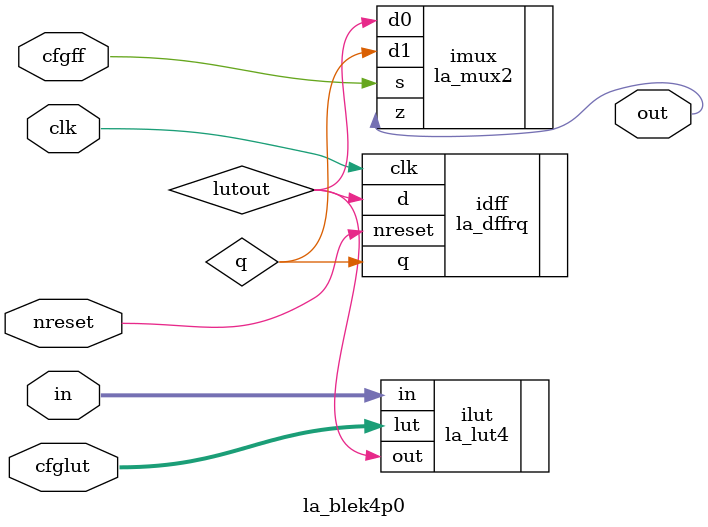
<source format=v>
/*****************************************************************************
 * Function: Basic Logic Element (LUT4, Part#0)
 * Copyright: Lambda Project Authors. All rights Reserved.
 * License:  MIT (see LICENSE file in Lambda repository)
 *****************************************************************************
 *
 * Documentation:
 *
 * Basic FPGA logic element consisting of LUT4, a flip-flop with async reset,
 * and mux.
 *
 * Testing:
 *
 * >> iverilog la_blek4p0.v -DTB_LA_BLEK4P0 -y . -y ../stdlib/rtl
 * >> ./a.out
 *
 *
 ****************************************************************************/

module la_blek4p0
  #(parameter TYPE  = "DEFAULT" //  implementation selector
    )
   (
    input [3:0]  in,
    input [15:0] cfglut,// lookup table
    input        cfgff, // 1 = with register, 0 = bypass register
    input        clk,
    input        nreset,
    output       out
    );

   wire lutout;
   wire q;

   la_lut4 ilut(.out(lutout), .in (in[3:0]), .lut(cfglut[15:0]));

   la_dffrq idff(.q(q), .d(lutout), .clk(clk), .nreset(nreset));

   la_mux2 imux(.z (out), .d0(lutout), .d1(q), .s(cfgff));

endmodule

`ifdef TB_LA_BLEK4P0

module tb();

   localparam TIMEOUT = 100;
   localparam PERIOD = 2;

   reg        clk;
   reg        nreset;
   reg [3:0]  in;
   reg [15:0] cfglut;
   reg        cfgff;
   wire       out;

   // control block
   initial
     begin
        $timeformat(-9, 0, " ns", 20);
        $dumpfile("dump.vcd");
        $dumpvars(0, tb);
	#(TIMEOUT)
        $finish;
     end

  // test program
   initial
     begin
	#(1)
        nreset = 'b0;
        clk = 'b0;
        cfgff = 1'b0;
        #(1)
        nreset = 'b1;
	cfglut = 16'h8000; // 4 input and gate
        #(PERIOD * 25)
        cfgff = 1'b1;
        cfglut = 16'hFFFE; // 4 input or gate
     end

   // clk
   always
     #(PERIOD/2) clk = ~clk;

   // counter to cycle through stimulus
   always @ (posedge clk or negedge nreset)
     if (~nreset)
       in <= 'b0;
     else
       in <= in + 1'b1;


   always @ (posedge clk)
     if (nreset)
       $display("lut=%h, sel=%b, in=%b, out=%b", cfglut, cfgff, in, out);

   // dut
   la_blek4p0
     la_ble (/*AUTOINST*/
             // Outputs
             .out               (out),
             // Inputs
             .in                (in[3:0]),
             .cfglut            (cfglut[15:0]),
             .cfgff             (cfgff),
             .clk               (clk),
             .nreset            (nreset));

endmodule

`endif

</source>
